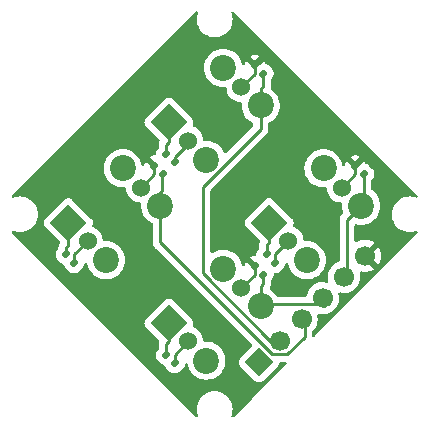
<source format=gtl>
%TF.GenerationSoftware,KiCad,Pcbnew,(6.0.9)*%
%TF.CreationDate,2023-04-13T12:37:54+10:00*%
%TF.ProjectId,Dpadleft,44706164-6c65-4667-942e-6b696361645f,rev?*%
%TF.SameCoordinates,PX6bc3e40PY700e860*%
%TF.FileFunction,Copper,L1,Top*%
%TF.FilePolarity,Positive*%
%FSLAX46Y46*%
G04 Gerber Fmt 4.6, Leading zero omitted, Abs format (unit mm)*
G04 Created by KiCad (PCBNEW (6.0.9)) date 2023-04-13 12:37:54*
%MOMM*%
%LPD*%
G01*
G04 APERTURE LIST*
G04 Aperture macros list*
%AMRoundRect*
0 Rectangle with rounded corners*
0 $1 Rounding radius*
0 $2 $3 $4 $5 $6 $7 $8 $9 X,Y pos of 4 corners*
0 Add a 4 corners polygon primitive as box body*
4,1,4,$2,$3,$4,$5,$6,$7,$8,$9,$2,$3,0*
0 Add four circle primitives for the rounded corners*
1,1,$1+$1,$2,$3*
1,1,$1+$1,$4,$5*
1,1,$1+$1,$6,$7*
1,1,$1+$1,$8,$9*
0 Add four rect primitives between the rounded corners*
20,1,$1+$1,$2,$3,$4,$5,0*
20,1,$1+$1,$4,$5,$6,$7,0*
20,1,$1+$1,$6,$7,$8,$9,0*
20,1,$1+$1,$8,$9,$2,$3,0*%
%AMHorizOval*
0 Thick line with rounded ends*
0 $1 width*
0 $2 $3 position (X,Y) of the first rounded end (center of the circle)*
0 $4 $5 position (X,Y) of the second rounded end (center of the circle)*
0 Add line between two ends*
20,1,$1,$2,$3,$4,$5,0*
0 Add two circle primitives to create the rounded ends*
1,1,$1,$2,$3*
1,1,$1,$4,$5*%
%AMRotRect*
0 Rectangle, with rotation*
0 The origin of the aperture is its center*
0 $1 length*
0 $2 width*
0 $3 Rotation angle, in degrees counterclockwise*
0 Add horizontal line*
21,1,$1,$2,0,0,$3*%
G04 Aperture macros list end*
%TA.AperFunction,SMDPad,CuDef*%
%ADD10RoundRect,0.135000X-0.226274X-0.035355X-0.035355X-0.226274X0.226274X0.035355X0.035355X0.226274X0*%
%TD*%
%TA.AperFunction,ComponentPad*%
%ADD11RotRect,1.700000X1.700000X135.000000*%
%TD*%
%TA.AperFunction,ComponentPad*%
%ADD12HorizOval,1.700000X0.000000X0.000000X0.000000X0.000000X0*%
%TD*%
%TA.AperFunction,ComponentPad*%
%ADD13RotRect,2.200000X2.200000X45.000000*%
%TD*%
%TA.AperFunction,ComponentPad*%
%ADD14C,2.200000*%
%TD*%
%TA.AperFunction,ComponentPad*%
%ADD15C,1.524000*%
%TD*%
%TA.AperFunction,SMDPad,CuDef*%
%ADD16RoundRect,0.135000X0.226274X0.035355X0.035355X0.226274X-0.226274X-0.035355X-0.035355X-0.226274X0*%
%TD*%
%TA.AperFunction,Conductor*%
%ADD17C,0.250000*%
%TD*%
G04 APERTURE END LIST*
D10*
%TO.P,R12,1*%
%TO.N,GND*%
X31389376Y4110624D03*
%TO.P,R12,2*%
%TO.N,Net-(J3-Pad5)*%
X32110624Y3389376D03*
%TD*%
%TO.P,R9,1*%
%TO.N,GND*%
X22889376Y12610624D03*
%TO.P,R9,2*%
%TO.N,Net-(J3-Pad2)*%
X23610624Y11889376D03*
%TD*%
D11*
%TO.P,J3,1,Pin_1*%
%TO.N,Net-(J3-Pad1)*%
X23259872Y-12490129D03*
D12*
%TO.P,J3,2,Pin_2*%
%TO.N,Net-(J3-Pad2)*%
X25055923Y-10694078D03*
%TO.P,J3,3,Pin_3*%
%TO.N,Net-(J3-Pad3)*%
X26851974Y-8898027D03*
%TO.P,J3,4,Pin_4*%
%TO.N,Net-(J3-Pad4)*%
X28648026Y-7101975D03*
%TO.P,J3,5,Pin_5*%
%TO.N,Net-(J3-Pad5)*%
X30444077Y-5305924D03*
%TO.P,J3,6,Pin_6*%
%TO.N,GND*%
X32240128Y-3509873D03*
%TD*%
D10*
%TO.P,R10,1*%
%TO.N,GND*%
X14389376Y4110624D03*
%TO.P,R10,2*%
%TO.N,Net-(J3-Pad3)*%
X15110624Y3389376D03*
%TD*%
D13*
%TO.P,U3,1,1*%
%TO.N,Net-(J3-Pad1)*%
X7110913Y-707107D03*
D14*
%TO.P,U3,2,2*%
%TO.N,unconnected-(U3-Pad2)*%
X11707107Y3889087D03*
%TO.P,U3,3,3*%
%TO.N,unconnected-(U3-Pad3)*%
X10292893Y-3889087D03*
%TO.P,U3,4,4*%
%TO.N,Net-(J3-Pad3)*%
X14889087Y707107D03*
D15*
%TO.P,U3,5,A*%
%TO.N,Net-(R2-Pad1)*%
X8737258Y-2262742D03*
%TO.P,U3,6,K*%
%TO.N,GND*%
X13262742Y2262742D03*
%TD*%
D16*
%TO.P,R3,1*%
%TO.N,Net-(R3-Pad1)*%
X16110624Y-12610624D03*
%TO.P,R3,2*%
%TO.N,Net-(J3-Pad1)*%
X15389376Y-11889376D03*
%TD*%
%TO.P,R4,1*%
%TO.N,Net-(R4-Pad1)*%
X24610624Y-4110624D03*
%TO.P,R4,2*%
%TO.N,Net-(J3-Pad1)*%
X23889376Y-3389376D03*
%TD*%
D13*
%TO.P,U2,1,1*%
%TO.N,Net-(J3-Pad1)*%
X15610913Y7792893D03*
D14*
%TO.P,U2,2,2*%
%TO.N,unconnected-(U2-Pad2)*%
X20207107Y12389087D03*
%TO.P,U2,3,3*%
%TO.N,unconnected-(U2-Pad3)*%
X18792893Y4610913D03*
%TO.P,U2,4,4*%
%TO.N,Net-(J3-Pad2)*%
X23389087Y9207107D03*
D15*
%TO.P,U2,5,A*%
%TO.N,Net-(R1-Pad1)*%
X17237258Y6237258D03*
%TO.P,U2,6,K*%
%TO.N,GND*%
X21762742Y10762742D03*
%TD*%
D16*
%TO.P,R1,1*%
%TO.N,Net-(R1-Pad1)*%
X16110624Y4389376D03*
%TO.P,R1,2*%
%TO.N,Net-(J3-Pad1)*%
X15389376Y5110624D03*
%TD*%
D13*
%TO.P,U5,1,1*%
%TO.N,Net-(J3-Pad1)*%
X24110913Y-707107D03*
D14*
%TO.P,U5,2,2*%
%TO.N,unconnected-(U5-Pad2)*%
X28707107Y3889087D03*
%TO.P,U5,3,3*%
%TO.N,unconnected-(U5-Pad3)*%
X27292893Y-3889087D03*
%TO.P,U5,4,4*%
%TO.N,Net-(J3-Pad5)*%
X31889087Y707107D03*
D15*
%TO.P,U5,5,A*%
%TO.N,Net-(R4-Pad1)*%
X25737258Y-2262742D03*
%TO.P,U5,6,K*%
%TO.N,GND*%
X30262742Y2262742D03*
%TD*%
D10*
%TO.P,R11,1*%
%TO.N,GND*%
X22889376Y-4389376D03*
%TO.P,R11,2*%
%TO.N,Net-(J3-Pad4)*%
X23610624Y-5110624D03*
%TD*%
D16*
%TO.P,R2,1*%
%TO.N,Net-(R2-Pad1)*%
X7610624Y-4110624D03*
%TO.P,R2,2*%
%TO.N,Net-(J3-Pad1)*%
X6889376Y-3389376D03*
%TD*%
D13*
%TO.P,U4,1,1*%
%TO.N,Net-(J3-Pad1)*%
X15610913Y-9207107D03*
D14*
%TO.P,U4,2,2*%
%TO.N,unconnected-(U4-Pad2)*%
X20207107Y-4610913D03*
%TO.P,U4,3,3*%
%TO.N,unconnected-(U4-Pad3)*%
X18792893Y-12389087D03*
%TO.P,U4,4,4*%
%TO.N,Net-(J3-Pad4)*%
X23389087Y-7792893D03*
D15*
%TO.P,U4,5,A*%
%TO.N,Net-(R3-Pad1)*%
X17237258Y-10762742D03*
%TO.P,U4,6,K*%
%TO.N,GND*%
X21762742Y-6237258D03*
%TD*%
D17*
%TO.N,Net-(J3-Pad1)*%
X15389376Y5110624D02*
X15389376Y5889376D01*
X15389376Y5889376D02*
X15610913Y6110913D01*
X6889376Y-2860624D02*
X7110913Y-2639087D01*
X15610913Y-10750000D02*
X15389376Y-10971537D01*
X7110913Y-2639087D02*
X7110913Y-707107D01*
X15610913Y6110913D02*
X15610913Y7792893D01*
X23509872Y-12990129D02*
X23250000Y-12730257D01*
X23889376Y-3389376D02*
X23889376Y-2610624D01*
X24110913Y-2389087D02*
X24110913Y-707107D01*
X15610913Y-9207107D02*
X15610913Y-10750000D01*
X15389376Y-10971537D02*
X15389376Y-11889376D01*
X23889376Y-2610624D02*
X24110913Y-2389087D01*
X6889376Y-3389376D02*
X6889376Y-2860624D01*
%TO.N,Net-(J3-Pad2)*%
X18500000Y2302765D02*
X23389087Y7191852D01*
X18500000Y-5000000D02*
X18500000Y2302765D01*
X23389087Y7191852D02*
X23389087Y9207107D01*
X25055923Y-10694078D02*
X24194078Y-10694078D01*
X23610624Y11889376D02*
X23610624Y10860624D01*
X23389087Y10639087D02*
X23389087Y9207107D01*
X23610624Y10860624D02*
X23389087Y10639087D01*
X24194078Y-10694078D02*
X18500000Y-5000000D01*
%TO.N,Net-(J3-Pad3)*%
X24369078Y-11869078D02*
X14889087Y-2389087D01*
X27101974Y-10398026D02*
X25630922Y-11869078D01*
X15000000Y2000000D02*
X15000000Y3278752D01*
X25630922Y-11869078D02*
X24369078Y-11869078D01*
X14889087Y707107D02*
X14889087Y1889087D01*
X15000000Y3278752D02*
X15110624Y3389376D01*
X27101974Y-9398027D02*
X27101974Y-10398026D01*
X14889087Y-2389087D02*
X14889087Y707107D01*
X14889087Y1889087D02*
X15000000Y2000000D01*
%TO.N,GND*%
X31389376Y4110624D02*
X31389376Y3389376D01*
X22889376Y-5110624D02*
X22889376Y-4389376D01*
X13262742Y2262742D02*
X14389376Y3389376D01*
X21762742Y-6237258D02*
X22889376Y-5110624D01*
X21762742Y10762742D02*
X22889376Y11889376D01*
X31389376Y3389376D02*
X30262742Y2262742D01*
X22889376Y11889376D02*
X22889376Y12610624D01*
X14389376Y3389376D02*
X14389376Y4110624D01*
%TO.N,Net-(J3-Pad4)*%
X23610624Y-5889376D02*
X23389087Y-6110913D01*
X28898026Y-7601975D02*
X23580005Y-7601975D01*
X23580005Y-7601975D02*
X23389087Y-7792893D01*
X23389087Y-6110913D02*
X23389087Y-7792893D01*
X23610624Y-5110624D02*
X23610624Y-5889376D01*
X28707108Y-7792893D02*
X28898026Y-7601975D01*
%TO.N,Net-(J3-Pad5)*%
X32110624Y928644D02*
X32110624Y3389376D01*
X30694077Y-487903D02*
X31889087Y707107D01*
X30694077Y-5805924D02*
X30694077Y-487903D01*
%TO.N,Net-(R1-Pad1)*%
X17237258Y6237258D02*
X17237258Y5987258D01*
X16110624Y4860624D02*
X16110624Y4389376D01*
X17237258Y5987258D02*
X16110624Y4860624D01*
%TO.N,Net-(R2-Pad1)*%
X7610624Y-3389376D02*
X8737258Y-2262742D01*
X7610624Y-4110624D02*
X7610624Y-3389376D01*
%TO.N,Net-(R3-Pad1)*%
X16110624Y-11889376D02*
X17237258Y-10762742D01*
X16110624Y-12610624D02*
X16110624Y-11889376D01*
%TO.N,Net-(R4-Pad1)*%
X24610624Y-4110624D02*
X24610624Y-3389376D01*
X24610624Y-3389376D02*
X25737258Y-2262742D01*
%TD*%
%TA.AperFunction,Conductor*%
%TO.N,GND*%
G36*
X18010690Y17187396D02*
G01*
X18067526Y17144849D01*
X18092337Y17078329D01*
X18083067Y17021123D01*
X18060895Y16967594D01*
X18059740Y16962782D01*
X18013420Y16769845D01*
X18005465Y16736711D01*
X17987308Y16506005D01*
X17986835Y16500000D01*
X18005465Y16263289D01*
X18006619Y16258482D01*
X18006620Y16258476D01*
X18036601Y16133599D01*
X18060895Y16032406D01*
X18151760Y15813037D01*
X18154346Y15808817D01*
X18273241Y15614798D01*
X18273245Y15614792D01*
X18275824Y15610584D01*
X18430031Y15430031D01*
X18610584Y15275824D01*
X18614792Y15273245D01*
X18614798Y15273241D01*
X18808817Y15154346D01*
X18813037Y15151760D01*
X18817607Y15149867D01*
X18817611Y15149865D01*
X19027833Y15062789D01*
X19032406Y15060895D01*
X19112609Y15041640D01*
X19258476Y15006620D01*
X19258482Y15006619D01*
X19263289Y15005465D01*
X19500000Y14986835D01*
X19736711Y15005465D01*
X19741518Y15006619D01*
X19741524Y15006620D01*
X19887391Y15041640D01*
X19967594Y15060895D01*
X19972167Y15062789D01*
X20182389Y15149865D01*
X20182393Y15149867D01*
X20186963Y15151760D01*
X20191183Y15154346D01*
X20385202Y15273241D01*
X20385208Y15273245D01*
X20389416Y15275824D01*
X20569969Y15430031D01*
X20724176Y15610584D01*
X20726755Y15614792D01*
X20726759Y15614798D01*
X20845654Y15808817D01*
X20848240Y15813037D01*
X20939105Y16032406D01*
X20963399Y16133599D01*
X20993380Y16258476D01*
X20993381Y16258482D01*
X20994535Y16263289D01*
X21013165Y16500000D01*
X20994535Y16736711D01*
X20986581Y16769845D01*
X20940260Y16962782D01*
X20939105Y16967594D01*
X20916933Y17021122D01*
X20909344Y17091712D01*
X20941123Y17155199D01*
X21002181Y17191426D01*
X21073133Y17188892D01*
X21122437Y17158435D01*
X36658435Y1622437D01*
X36692461Y1560125D01*
X36687396Y1489310D01*
X36644849Y1432474D01*
X36578329Y1407663D01*
X36521122Y1416933D01*
X36472167Y1437211D01*
X36472165Y1437212D01*
X36467594Y1439105D01*
X36387391Y1458360D01*
X36241524Y1493380D01*
X36241518Y1493381D01*
X36236711Y1494535D01*
X36000000Y1513165D01*
X35763289Y1494535D01*
X35758482Y1493381D01*
X35758476Y1493380D01*
X35612609Y1458360D01*
X35532406Y1439105D01*
X35527835Y1437212D01*
X35527833Y1437211D01*
X35317611Y1350135D01*
X35317607Y1350133D01*
X35313037Y1348240D01*
X35308817Y1345654D01*
X35114798Y1226759D01*
X35114792Y1226755D01*
X35110584Y1224176D01*
X34930031Y1069969D01*
X34775824Y889416D01*
X34773245Y885208D01*
X34773241Y885202D01*
X34758001Y860332D01*
X34651760Y686963D01*
X34649867Y682393D01*
X34649865Y682389D01*
X34583067Y521122D01*
X34560895Y467594D01*
X34556645Y449891D01*
X34513420Y269845D01*
X34505465Y236711D01*
X34487308Y6005D01*
X34486835Y0D01*
X34487223Y-4930D01*
X34487223Y-4933D01*
X34490300Y-44032D01*
X34505465Y-236711D01*
X34506619Y-241518D01*
X34506620Y-241524D01*
X34536601Y-366401D01*
X34560895Y-467594D01*
X34562788Y-472165D01*
X34562789Y-472167D01*
X34639944Y-658436D01*
X34651760Y-686963D01*
X34654346Y-691183D01*
X34773241Y-885202D01*
X34773245Y-885208D01*
X34775824Y-889416D01*
X34930031Y-1069969D01*
X35110584Y-1224176D01*
X35114792Y-1226755D01*
X35114798Y-1226759D01*
X35308817Y-1345654D01*
X35313037Y-1348240D01*
X35317607Y-1350133D01*
X35317611Y-1350135D01*
X35527833Y-1437211D01*
X35532406Y-1439105D01*
X35612609Y-1458360D01*
X35758476Y-1493380D01*
X35758482Y-1493381D01*
X35763289Y-1494535D01*
X36000000Y-1513165D01*
X36236711Y-1494535D01*
X36241518Y-1493381D01*
X36241524Y-1493380D01*
X36387391Y-1458360D01*
X36467594Y-1439105D01*
X36472172Y-1437209D01*
X36521122Y-1416933D01*
X36591712Y-1409344D01*
X36655199Y-1441123D01*
X36691426Y-1502181D01*
X36688892Y-1573133D01*
X36658435Y-1622437D01*
X27950569Y-10330303D01*
X27888257Y-10364329D01*
X27817442Y-10359264D01*
X27760606Y-10316717D01*
X27735795Y-10250197D01*
X27735474Y-10241208D01*
X27735474Y-9987893D01*
X27755476Y-9919772D01*
X27772534Y-9898642D01*
X27886409Y-9785164D01*
X27890070Y-9781516D01*
X28020427Y-9600104D01*
X28038122Y-9564302D01*
X28117110Y-9404480D01*
X28117111Y-9404478D01*
X28119404Y-9399838D01*
X28184344Y-9186096D01*
X28213503Y-8964617D01*
X28215130Y-8898027D01*
X28196826Y-8675388D01*
X28189880Y-8647734D01*
X28171767Y-8575622D01*
X28174571Y-8504681D01*
X28215284Y-8446518D01*
X28280980Y-8419599D01*
X28319091Y-8421457D01*
X28486623Y-8455542D01*
X28491798Y-8455732D01*
X28491800Y-8455732D01*
X28704699Y-8463539D01*
X28704703Y-8463539D01*
X28709863Y-8463728D01*
X28714983Y-8463072D01*
X28714985Y-8463072D01*
X28926314Y-8436000D01*
X28926315Y-8436000D01*
X28931442Y-8435343D01*
X28973793Y-8422637D01*
X29140455Y-8372636D01*
X29140460Y-8372634D01*
X29145410Y-8371149D01*
X29346020Y-8272871D01*
X29527886Y-8143148D01*
X29686122Y-7985464D01*
X29816479Y-7804052D01*
X29915456Y-7603786D01*
X29980396Y-7390044D01*
X30009555Y-7168565D01*
X30011182Y-7101975D01*
X29992878Y-6879336D01*
X29967819Y-6779572D01*
X29970623Y-6708630D01*
X30011336Y-6650467D01*
X30077031Y-6623548D01*
X30115141Y-6625406D01*
X30282674Y-6659491D01*
X30287849Y-6659681D01*
X30287851Y-6659681D01*
X30500750Y-6667488D01*
X30500754Y-6667488D01*
X30505914Y-6667677D01*
X30511034Y-6667021D01*
X30511036Y-6667021D01*
X30722365Y-6639949D01*
X30722366Y-6639949D01*
X30727493Y-6639292D01*
X30737559Y-6636272D01*
X30936506Y-6576585D01*
X30936511Y-6576583D01*
X30941461Y-6575098D01*
X31142071Y-6476820D01*
X31323937Y-6347097D01*
X31339502Y-6331587D01*
X31406625Y-6264697D01*
X31482173Y-6189413D01*
X31490920Y-6177241D01*
X31609512Y-6012201D01*
X31612530Y-6008001D01*
X31635524Y-5961477D01*
X31709213Y-5812377D01*
X31709214Y-5812375D01*
X31711507Y-5807735D01*
X31776447Y-5593993D01*
X31805606Y-5372514D01*
X31806679Y-5328598D01*
X31807151Y-5309289D01*
X31807151Y-5309285D01*
X31807233Y-5305924D01*
X31788929Y-5083285D01*
X31763735Y-4982984D01*
X31766539Y-4912042D01*
X31807252Y-4853879D01*
X31872947Y-4826960D01*
X31911059Y-4828817D01*
X32073723Y-4861911D01*
X32083951Y-4863130D01*
X32296778Y-4870935D01*
X32307064Y-4870468D01*
X32518313Y-4843407D01*
X32528390Y-4841265D01*
X32732383Y-4780064D01*
X32741970Y-4776306D01*
X32933226Y-4682611D01*
X32942072Y-4677338D01*
X32989375Y-4643596D01*
X32997776Y-4632896D01*
X32990788Y-4619743D01*
X31970013Y-3598968D01*
X31935987Y-3536656D01*
X31937822Y-3511005D01*
X32604536Y-3511005D01*
X32604667Y-3512838D01*
X32608918Y-3519453D01*
X33350602Y-4261137D01*
X33362612Y-4267696D01*
X33374351Y-4258728D01*
X33405132Y-4215892D01*
X33410443Y-4207053D01*
X33504798Y-4016140D01*
X33508597Y-4006545D01*
X33570504Y-3802788D01*
X33572683Y-3792707D01*
X33600718Y-3579760D01*
X33601237Y-3573085D01*
X33602700Y-3513237D01*
X33602506Y-3506519D01*
X33584909Y-3292477D01*
X33583224Y-3282297D01*
X33531342Y-3075748D01*
X33528022Y-3065997D01*
X33443100Y-2870687D01*
X33438233Y-2861612D01*
X33373191Y-2761070D01*
X33362505Y-2751868D01*
X33352940Y-2756271D01*
X32612150Y-3497061D01*
X32604536Y-3511005D01*
X31937822Y-3511005D01*
X31941052Y-3465841D01*
X31970013Y-3420778D01*
X32993517Y-2397274D01*
X33000538Y-2384417D01*
X32993739Y-2375086D01*
X32989682Y-2372391D01*
X32803245Y-2269472D01*
X32793833Y-2265242D01*
X32593087Y-2194153D01*
X32583117Y-2191519D01*
X32373455Y-2154174D01*
X32363201Y-2153204D01*
X32150244Y-2150601D01*
X32139960Y-2151321D01*
X31929449Y-2183534D01*
X31919421Y-2185923D01*
X31716996Y-2252085D01*
X31707487Y-2256082D01*
X31514002Y-2356804D01*
X31513174Y-2355213D01*
X31452427Y-2372450D01*
X31384492Y-2351827D01*
X31338491Y-2297749D01*
X31327577Y-2246455D01*
X31327577Y-972123D01*
X31347579Y-904002D01*
X31401235Y-857509D01*
X31471509Y-847405D01*
X31482991Y-849604D01*
X31631871Y-885347D01*
X31631877Y-885348D01*
X31636684Y-886502D01*
X31889087Y-906367D01*
X32141490Y-886502D01*
X32146297Y-885348D01*
X32146303Y-885347D01*
X32325160Y-842407D01*
X32387678Y-827398D01*
X32392251Y-825504D01*
X32617015Y-732404D01*
X32617019Y-732402D01*
X32621589Y-730509D01*
X32837463Y-598221D01*
X33029985Y-433791D01*
X33194415Y-241269D01*
X33326703Y-25395D01*
X33339710Y6005D01*
X33421698Y203943D01*
X33421699Y203945D01*
X33423592Y208516D01*
X33471772Y409200D01*
X33481541Y449891D01*
X33481542Y449897D01*
X33482696Y454704D01*
X33502561Y707107D01*
X33482696Y959510D01*
X33480208Y969876D01*
X33424747Y1200886D01*
X33423592Y1205698D01*
X33394319Y1276370D01*
X33328598Y1435035D01*
X33328596Y1435039D01*
X33326703Y1439609D01*
X33194415Y1655483D01*
X33029985Y1848005D01*
X32837463Y2012435D01*
X32804289Y2032764D01*
X32756658Y2085412D01*
X32744124Y2140197D01*
X32744124Y2869720D01*
X32764126Y2937841D01*
X32781028Y2958815D01*
X32836133Y3013921D01*
X32837874Y3015662D01*
X32861639Y3043486D01*
X32939965Y3185960D01*
X32980399Y3343439D01*
X32980399Y3506024D01*
X32939965Y3663502D01*
X32861639Y3805977D01*
X32837876Y3833800D01*
X32555048Y4116626D01*
X32532116Y4136213D01*
X32527225Y4140391D01*
X32521588Y4143490D01*
X32391692Y4214901D01*
X32391690Y4214902D01*
X32384750Y4218717D01*
X32377078Y4220687D01*
X32377075Y4220688D01*
X32324260Y4234249D01*
X32263254Y4270564D01*
X32233555Y4324954D01*
X32220221Y4376882D01*
X32214427Y4391517D01*
X32157547Y4494981D01*
X32147546Y4504925D01*
X32140077Y4502115D01*
X31807665Y4169703D01*
X31779272Y4148384D01*
X31770376Y4143493D01*
X31764734Y4140391D01*
X31736910Y4116628D01*
X31735160Y4114878D01*
X31469632Y3849349D01*
X31407319Y3815324D01*
X31336504Y3820388D01*
X31291441Y3849349D01*
X30672680Y4468110D01*
X30659144Y4475502D01*
X30649440Y4468713D01*
X30642950Y4461114D01*
X30635668Y4450578D01*
X30564321Y4320800D01*
X30558529Y4306170D01*
X30531010Y4198991D01*
X30494696Y4137985D01*
X30431163Y4106296D01*
X30360585Y4113986D01*
X30305367Y4158613D01*
X30286450Y4200912D01*
X30283092Y4214901D01*
X30241612Y4387678D01*
X30208296Y4468110D01*
X30146618Y4617015D01*
X30146616Y4617019D01*
X30144723Y4621589D01*
X30012435Y4837463D01*
X30011134Y4838986D01*
X31024425Y4838986D01*
X31030433Y4828777D01*
X31376564Y4482646D01*
X31390508Y4475032D01*
X31392341Y4475163D01*
X31398956Y4479414D01*
X31776797Y4857255D01*
X31783557Y4869635D01*
X31778775Y4876023D01*
X31670265Y4935677D01*
X31655642Y4941468D01*
X31513638Y4977928D01*
X31498032Y4979899D01*
X31351431Y4979899D01*
X31335825Y4977928D01*
X31193823Y4941468D01*
X31179200Y4935679D01*
X31049422Y4864332D01*
X31038886Y4857050D01*
X31032853Y4851897D01*
X31024425Y4838986D01*
X30011134Y4838986D01*
X29848005Y5029985D01*
X29655483Y5194415D01*
X29439609Y5326703D01*
X29435039Y5328596D01*
X29435035Y5328598D01*
X29210271Y5421698D01*
X29210269Y5421699D01*
X29205698Y5423592D01*
X29121075Y5443908D01*
X28964323Y5481541D01*
X28964317Y5481542D01*
X28959510Y5482696D01*
X28707107Y5502561D01*
X28454704Y5482696D01*
X28449897Y5481542D01*
X28449891Y5481541D01*
X28293139Y5443908D01*
X28208516Y5423592D01*
X28203945Y5421699D01*
X28203943Y5421698D01*
X27979179Y5328598D01*
X27979175Y5328596D01*
X27974605Y5326703D01*
X27758731Y5194415D01*
X27566209Y5029985D01*
X27401779Y4837463D01*
X27269491Y4621589D01*
X27267598Y4617019D01*
X27267596Y4617015D01*
X27205918Y4468110D01*
X27172602Y4387678D01*
X27161981Y4343439D01*
X27117609Y4158613D01*
X27113498Y4141490D01*
X27093633Y3889087D01*
X27113498Y3636684D01*
X27114652Y3631877D01*
X27114653Y3631871D01*
X27152286Y3475119D01*
X27172602Y3390496D01*
X27174495Y3385925D01*
X27174496Y3385923D01*
X27263353Y3171404D01*
X27269491Y3156585D01*
X27401779Y2940711D01*
X27512318Y2811287D01*
X27556894Y2759096D01*
X27566209Y2748189D01*
X27758731Y2583759D01*
X27974605Y2451471D01*
X27979175Y2449578D01*
X27979179Y2449576D01*
X28189301Y2362541D01*
X28208516Y2354582D01*
X28257467Y2342830D01*
X28449891Y2296633D01*
X28449897Y2296632D01*
X28454704Y2295478D01*
X28707107Y2275613D01*
X28712037Y2276001D01*
X28860332Y2287672D01*
X28929812Y2273076D01*
X28980372Y2223233D01*
X28995739Y2173041D01*
X29006779Y2046847D01*
X29008683Y2036051D01*
X29063351Y1832027D01*
X29067097Y1821735D01*
X29156366Y1630298D01*
X29161844Y1620812D01*
X29282990Y1447796D01*
X29290044Y1439389D01*
X29439387Y1290046D01*
X29447795Y1282990D01*
X29620807Y1161846D01*
X29630303Y1156363D01*
X29821735Y1067097D01*
X29832027Y1063351D01*
X30036051Y1008683D01*
X30046847Y1006779D01*
X30173041Y995739D01*
X30239160Y969876D01*
X30280799Y912372D01*
X30287672Y860332D01*
X30275613Y707107D01*
X30295478Y454704D01*
X30296632Y449897D01*
X30296633Y449891D01*
X30325297Y330498D01*
X30354582Y208516D01*
X30356472Y203953D01*
X30356475Y203944D01*
X30363372Y187292D01*
X30370959Y116702D01*
X30336057Y49982D01*
X30301824Y15749D01*
X30293538Y8209D01*
X30287059Y4097D01*
X30281634Y-1680D01*
X30240434Y-45554D01*
X30237679Y-48396D01*
X30217942Y-68133D01*
X30215462Y-71330D01*
X30207759Y-80350D01*
X30177491Y-112582D01*
X30173672Y-119528D01*
X30173670Y-119531D01*
X30167729Y-130337D01*
X30156878Y-146856D01*
X30144463Y-162862D01*
X30141318Y-170131D01*
X30141315Y-170135D01*
X30126903Y-203440D01*
X30121686Y-214090D01*
X30100382Y-252843D01*
X30098411Y-260518D01*
X30098411Y-260519D01*
X30095344Y-272465D01*
X30088940Y-291169D01*
X30080896Y-309758D01*
X30079657Y-317581D01*
X30079654Y-317591D01*
X30073978Y-353427D01*
X30071572Y-365047D01*
X30062549Y-400192D01*
X30060577Y-407873D01*
X30060577Y-428127D01*
X30059026Y-447837D01*
X30055857Y-467846D01*
X30056603Y-475738D01*
X30060018Y-511864D01*
X30060577Y-523722D01*
X30060577Y-3910594D01*
X30040575Y-3978715D01*
X29986919Y-4025208D01*
X29973723Y-4030359D01*
X29920746Y-4047675D01*
X29920744Y-4047676D01*
X29915833Y-4049281D01*
X29911243Y-4051670D01*
X29911244Y-4051670D01*
X29740813Y-4140391D01*
X29717684Y-4152431D01*
X29713551Y-4155534D01*
X29713548Y-4155536D01*
X29546069Y-4281283D01*
X29539042Y-4286559D01*
X29535470Y-4290297D01*
X29444001Y-4386014D01*
X29384706Y-4448062D01*
X29381792Y-4452334D01*
X29381791Y-4452335D01*
X29334555Y-4521581D01*
X29258820Y-4632604D01*
X29241342Y-4670258D01*
X29190372Y-4780064D01*
X29164765Y-4835229D01*
X29105066Y-5050494D01*
X29081328Y-5272619D01*
X29081625Y-5277772D01*
X29081625Y-5277775D01*
X29087088Y-5372514D01*
X29094187Y-5495639D01*
X29095324Y-5500685D01*
X29095325Y-5500691D01*
X29124304Y-5629277D01*
X29119768Y-5700129D01*
X29077646Y-5757280D01*
X29011313Y-5782586D01*
X28979291Y-5781025D01*
X28781399Y-5745775D01*
X28781393Y-5745774D01*
X28776310Y-5744869D01*
X28702478Y-5743967D01*
X28558107Y-5742203D01*
X28558105Y-5742203D01*
X28552937Y-5742140D01*
X28332117Y-5775930D01*
X28119782Y-5845332D01*
X27921633Y-5948482D01*
X27917500Y-5951585D01*
X27917497Y-5951587D01*
X27753398Y-6074796D01*
X27742991Y-6082610D01*
X27687395Y-6140788D01*
X27623982Y-6207146D01*
X27588655Y-6244113D01*
X27585741Y-6248385D01*
X27585740Y-6248386D01*
X27566384Y-6276761D01*
X27462769Y-6428655D01*
X27460590Y-6433350D01*
X27371441Y-6625406D01*
X27368714Y-6631280D01*
X27309015Y-6846545D01*
X27308466Y-6851683D01*
X27308464Y-6851693D01*
X27308018Y-6855865D01*
X27280890Y-6921475D01*
X27222598Y-6962002D01*
X27182732Y-6968475D01*
X24840940Y-6968475D01*
X24772819Y-6948473D01*
X24733508Y-6908311D01*
X24694415Y-6844517D01*
X24542819Y-6667021D01*
X24533193Y-6655751D01*
X24529985Y-6651995D01*
X24337463Y-6487565D01*
X24193671Y-6399449D01*
X24146041Y-6346802D01*
X24134434Y-6276761D01*
X24154041Y-6229100D01*
X24151343Y-6227505D01*
X24155380Y-6220679D01*
X24160238Y-6214416D01*
X24177798Y-6173836D01*
X24183015Y-6163188D01*
X24200499Y-6131385D01*
X24200500Y-6131383D01*
X24204319Y-6124436D01*
X24209357Y-6104813D01*
X24215761Y-6086110D01*
X24220657Y-6074796D01*
X24220657Y-6074795D01*
X24223805Y-6067521D01*
X24225044Y-6059698D01*
X24225047Y-6059688D01*
X24230723Y-6023852D01*
X24233129Y-6012232D01*
X24242152Y-5977087D01*
X24242152Y-5977086D01*
X24244124Y-5969406D01*
X24244124Y-5949152D01*
X24245675Y-5929441D01*
X24247604Y-5917262D01*
X24248844Y-5909433D01*
X24244683Y-5865414D01*
X24244124Y-5853557D01*
X24244124Y-5630280D01*
X24264126Y-5562159D01*
X24281028Y-5541185D01*
X24336133Y-5486079D01*
X24337874Y-5484338D01*
X24361639Y-5456514D01*
X24439965Y-5314040D01*
X24480399Y-5156561D01*
X24480399Y-5106399D01*
X24500401Y-5038278D01*
X24554057Y-4991785D01*
X24606399Y-4980399D01*
X24656561Y-4980399D01*
X24814040Y-4939965D01*
X24956514Y-4861639D01*
X24984338Y-4837876D01*
X25337874Y-4484338D01*
X25361639Y-4456514D01*
X25439965Y-4314040D01*
X25454996Y-4255500D01*
X25469239Y-4200027D01*
X25505553Y-4139020D01*
X25569086Y-4107332D01*
X25639665Y-4115022D01*
X25694882Y-4159650D01*
X25713798Y-4201946D01*
X25758388Y-4387678D01*
X25760281Y-4392249D01*
X25760282Y-4392251D01*
X25850855Y-4610913D01*
X25855277Y-4621589D01*
X25987565Y-4837463D01*
X26151995Y-5029985D01*
X26344517Y-5194415D01*
X26560391Y-5326703D01*
X26564961Y-5328596D01*
X26564965Y-5328598D01*
X26789729Y-5421698D01*
X26794302Y-5423592D01*
X26878925Y-5443908D01*
X27035677Y-5481541D01*
X27035683Y-5481542D01*
X27040490Y-5482696D01*
X27292893Y-5502561D01*
X27545296Y-5482696D01*
X27550103Y-5481542D01*
X27550109Y-5481541D01*
X27706861Y-5443908D01*
X27791484Y-5423592D01*
X27796057Y-5421698D01*
X28020821Y-5328598D01*
X28020825Y-5328596D01*
X28025395Y-5326703D01*
X28241269Y-5194415D01*
X28433791Y-5029985D01*
X28598221Y-4837463D01*
X28730509Y-4621589D01*
X28734932Y-4610913D01*
X28825504Y-4392251D01*
X28825505Y-4392249D01*
X28827398Y-4387678D01*
X28855047Y-4272512D01*
X28885347Y-4146303D01*
X28885348Y-4146297D01*
X28886502Y-4141490D01*
X28906367Y-3889087D01*
X28886502Y-3636684D01*
X28880604Y-3612114D01*
X28828553Y-3395308D01*
X28827398Y-3390496D01*
X28811190Y-3351366D01*
X28732404Y-3161159D01*
X28732402Y-3161155D01*
X28730509Y-3156585D01*
X28598221Y-2940711D01*
X28433791Y-2748189D01*
X28241269Y-2583759D01*
X28025395Y-2451471D01*
X28020825Y-2449578D01*
X28020821Y-2449576D01*
X27796057Y-2356476D01*
X27796055Y-2356475D01*
X27791484Y-2354582D01*
X27706861Y-2334266D01*
X27550109Y-2296633D01*
X27550103Y-2296632D01*
X27545296Y-2295478D01*
X27292893Y-2275613D01*
X27287963Y-2276001D01*
X27140167Y-2287633D01*
X27070687Y-2273037D01*
X27020127Y-2223195D01*
X27004760Y-2173002D01*
X27002800Y-2150601D01*
X26993236Y-2041279D01*
X26935698Y-1826546D01*
X26933375Y-1821564D01*
X26844072Y-1630053D01*
X26844069Y-1630048D01*
X26841746Y-1625066D01*
X26796274Y-1560125D01*
X26717394Y-1447472D01*
X26717392Y-1447469D01*
X26714235Y-1442961D01*
X26557039Y-1285765D01*
X26552531Y-1282608D01*
X26552528Y-1282606D01*
X26464495Y-1220965D01*
X26374935Y-1158254D01*
X26369953Y-1155931D01*
X26369948Y-1155928D01*
X26195243Y-1074462D01*
X26141958Y-1027545D01*
X26122497Y-959267D01*
X26133792Y-908116D01*
X26155914Y-859462D01*
X26155914Y-859461D01*
X26159628Y-851293D01*
X26163322Y-825504D01*
X26179004Y-715996D01*
X26180277Y-707107D01*
X26173307Y-658435D01*
X26160901Y-571807D01*
X26160900Y-571804D01*
X26159628Y-562921D01*
X26099340Y-430325D01*
X26087664Y-415802D01*
X26062287Y-384240D01*
X26060148Y-381579D01*
X24436441Y1242128D01*
X24387695Y1281320D01*
X24343431Y1301446D01*
X24263268Y1337894D01*
X24263267Y1337894D01*
X24255099Y1341608D01*
X24246216Y1342880D01*
X24246213Y1342881D01*
X24119802Y1360984D01*
X24110913Y1362257D01*
X24102024Y1360984D01*
X23975613Y1342881D01*
X23975610Y1342880D01*
X23966727Y1341608D01*
X23958559Y1337894D01*
X23958558Y1337894D01*
X23878395Y1301446D01*
X23834131Y1281320D01*
X23785385Y1242128D01*
X22161678Y-381579D01*
X22159539Y-384240D01*
X22134163Y-415802D01*
X22122486Y-430325D01*
X22062198Y-562921D01*
X22060926Y-571804D01*
X22060925Y-571807D01*
X22048519Y-658435D01*
X22041549Y-707107D01*
X22042822Y-715996D01*
X22058505Y-825504D01*
X22062198Y-851293D01*
X22065912Y-859461D01*
X22065912Y-859462D01*
X22081241Y-893175D01*
X22122486Y-983889D01*
X22161678Y-1032635D01*
X23301824Y-2172781D01*
X23335850Y-2235093D01*
X23328367Y-2311914D01*
X23322203Y-2326159D01*
X23316985Y-2336811D01*
X23295681Y-2375564D01*
X23293710Y-2383239D01*
X23293710Y-2383240D01*
X23290643Y-2395186D01*
X23284239Y-2413890D01*
X23279441Y-2424979D01*
X23276195Y-2432479D01*
X23274956Y-2440302D01*
X23274953Y-2440312D01*
X23269277Y-2476148D01*
X23266871Y-2487768D01*
X23257848Y-2522913D01*
X23255876Y-2530594D01*
X23255876Y-2550848D01*
X23254325Y-2570558D01*
X23251156Y-2590567D01*
X23251902Y-2598459D01*
X23255317Y-2634585D01*
X23255876Y-2646443D01*
X23255876Y-2869720D01*
X23235874Y-2937841D01*
X23218972Y-2958815D01*
X23162126Y-3015662D01*
X23138361Y-3043486D01*
X23060035Y-3185960D01*
X23019601Y-3343439D01*
X23019601Y-3394101D01*
X22999599Y-3462222D01*
X22945943Y-3508715D01*
X22893601Y-3520101D01*
X22851431Y-3520101D01*
X22835825Y-3522072D01*
X22693823Y-3558532D01*
X22679200Y-3564321D01*
X22549422Y-3635668D01*
X22538886Y-3642950D01*
X22532853Y-3648103D01*
X22524425Y-3661014D01*
X22530433Y-3671223D01*
X23150651Y-4291441D01*
X23184677Y-4353753D01*
X23179612Y-4424568D01*
X23150651Y-4469631D01*
X22969631Y-4650651D01*
X22907319Y-4684677D01*
X22836504Y-4679612D01*
X22791441Y-4650651D01*
X22172680Y-4031890D01*
X22159144Y-4024498D01*
X22149440Y-4031287D01*
X22142950Y-4038886D01*
X22135668Y-4049422D01*
X22064321Y-4179200D01*
X22058529Y-4193830D01*
X22031010Y-4301009D01*
X21994696Y-4362015D01*
X21931163Y-4393704D01*
X21860585Y-4386014D01*
X21805367Y-4341387D01*
X21786450Y-4299088D01*
X21784538Y-4291123D01*
X21741612Y-4112322D01*
X21715500Y-4049281D01*
X21646618Y-3882985D01*
X21646616Y-3882981D01*
X21644723Y-3878411D01*
X21512435Y-3662537D01*
X21348005Y-3470015D01*
X21155483Y-3305585D01*
X20939609Y-3173297D01*
X20935039Y-3171404D01*
X20935035Y-3171402D01*
X20710271Y-3078302D01*
X20710269Y-3078301D01*
X20705698Y-3076408D01*
X20621075Y-3056092D01*
X20464323Y-3018459D01*
X20464317Y-3018458D01*
X20459510Y-3017304D01*
X20207107Y-2997439D01*
X19954704Y-3017304D01*
X19949897Y-3018458D01*
X19949891Y-3018459D01*
X19793139Y-3056092D01*
X19708516Y-3076408D01*
X19703945Y-3078301D01*
X19703943Y-3078302D01*
X19479179Y-3171402D01*
X19479175Y-3171404D01*
X19474605Y-3173297D01*
X19470385Y-3175883D01*
X19325335Y-3264770D01*
X19256801Y-3283308D01*
X19189125Y-3261852D01*
X19143792Y-3207213D01*
X19133500Y-3157337D01*
X19133500Y1988171D01*
X19153502Y2056292D01*
X19170405Y2077266D01*
X23781334Y6688195D01*
X23789624Y6695739D01*
X23796105Y6699852D01*
X23842746Y6749520D01*
X23845500Y6752361D01*
X23865221Y6772082D01*
X23867699Y6775277D01*
X23875405Y6784299D01*
X23900245Y6810751D01*
X23905673Y6816531D01*
X23915433Y6834284D01*
X23926286Y6850807D01*
X23933840Y6860546D01*
X23938700Y6866811D01*
X23956263Y6907395D01*
X23961470Y6918025D01*
X23982782Y6956792D01*
X23984753Y6964469D01*
X23984755Y6964474D01*
X23987819Y6976410D01*
X23994225Y6995122D01*
X23999120Y7006433D01*
X24002268Y7013707D01*
X24003508Y7021535D01*
X24003510Y7021542D01*
X24009186Y7057376D01*
X24011592Y7068996D01*
X24020615Y7104141D01*
X24020615Y7104142D01*
X24022587Y7111822D01*
X24022587Y7132076D01*
X24024138Y7151787D01*
X24026067Y7163966D01*
X24027307Y7171795D01*
X24023146Y7215814D01*
X24022587Y7227671D01*
X24022587Y7644292D01*
X24042589Y7712413D01*
X24100367Y7760700D01*
X24117012Y7767595D01*
X24117014Y7767596D01*
X24121589Y7769491D01*
X24337463Y7901779D01*
X24529985Y8066209D01*
X24694415Y8258731D01*
X24826703Y8474605D01*
X24923592Y8708516D01*
X24982696Y8954704D01*
X25002561Y9207107D01*
X24982696Y9459510D01*
X24980208Y9469876D01*
X24924747Y9700886D01*
X24923592Y9705698D01*
X24894319Y9776370D01*
X24828598Y9935035D01*
X24828596Y9935039D01*
X24826703Y9939609D01*
X24694415Y10155483D01*
X24529985Y10348005D01*
X24337463Y10512435D01*
X24333250Y10515017D01*
X24333240Y10515024D01*
X24280158Y10547553D01*
X24232526Y10600201D01*
X24220920Y10670242D01*
X24223087Y10680819D01*
X24223805Y10682479D01*
X24225047Y10690317D01*
X24230723Y10726148D01*
X24233129Y10737768D01*
X24242152Y10772913D01*
X24242152Y10772914D01*
X24244124Y10780594D01*
X24244124Y10800848D01*
X24245675Y10820559D01*
X24247604Y10832738D01*
X24248844Y10840567D01*
X24244683Y10884586D01*
X24244124Y10896443D01*
X24244124Y11369720D01*
X24264126Y11437841D01*
X24281028Y11458815D01*
X24336133Y11513921D01*
X24337874Y11515662D01*
X24361639Y11543486D01*
X24439965Y11685960D01*
X24480399Y11843439D01*
X24480399Y12006024D01*
X24439965Y12163502D01*
X24361639Y12305977D01*
X24337876Y12333800D01*
X24055048Y12616626D01*
X24032116Y12636213D01*
X24027225Y12640391D01*
X24021588Y12643490D01*
X23891692Y12714901D01*
X23891690Y12714902D01*
X23884750Y12718717D01*
X23877078Y12720687D01*
X23877075Y12720688D01*
X23824260Y12734249D01*
X23763254Y12770564D01*
X23733555Y12824954D01*
X23720221Y12876882D01*
X23714427Y12891517D01*
X23657547Y12994981D01*
X23647546Y13004925D01*
X23640077Y13002115D01*
X23307665Y12669703D01*
X23279272Y12648384D01*
X23270376Y12643493D01*
X23264734Y12640391D01*
X23236910Y12616628D01*
X23235160Y12614878D01*
X22969632Y12349349D01*
X22907319Y12315324D01*
X22836504Y12320388D01*
X22791441Y12349349D01*
X22172680Y12968110D01*
X22159144Y12975502D01*
X22149440Y12968713D01*
X22142950Y12961114D01*
X22135668Y12950578D01*
X22064321Y12820800D01*
X22058529Y12806170D01*
X22031010Y12698991D01*
X21994696Y12637985D01*
X21931163Y12606296D01*
X21860585Y12613986D01*
X21805367Y12658613D01*
X21786450Y12700912D01*
X21783092Y12714901D01*
X21741612Y12887678D01*
X21708296Y12968110D01*
X21646618Y13117015D01*
X21646616Y13117019D01*
X21644723Y13121589D01*
X21512435Y13337463D01*
X21511134Y13338986D01*
X22524425Y13338986D01*
X22530433Y13328777D01*
X22876564Y12982646D01*
X22890508Y12975032D01*
X22892341Y12975163D01*
X22898956Y12979414D01*
X23276797Y13357255D01*
X23283557Y13369635D01*
X23278775Y13376023D01*
X23170265Y13435677D01*
X23155642Y13441468D01*
X23013638Y13477928D01*
X22998032Y13479899D01*
X22851431Y13479899D01*
X22835825Y13477928D01*
X22693823Y13441468D01*
X22679200Y13435679D01*
X22549422Y13364332D01*
X22538886Y13357050D01*
X22532853Y13351897D01*
X22524425Y13338986D01*
X21511134Y13338986D01*
X21348005Y13529985D01*
X21155483Y13694415D01*
X20939609Y13826703D01*
X20935039Y13828596D01*
X20935035Y13828598D01*
X20710271Y13921698D01*
X20710269Y13921699D01*
X20705698Y13923592D01*
X20621075Y13943908D01*
X20464323Y13981541D01*
X20464317Y13981542D01*
X20459510Y13982696D01*
X20207107Y14002561D01*
X19954704Y13982696D01*
X19949897Y13981542D01*
X19949891Y13981541D01*
X19793139Y13943908D01*
X19708516Y13923592D01*
X19703945Y13921699D01*
X19703943Y13921698D01*
X19479179Y13828598D01*
X19479175Y13828596D01*
X19474605Y13826703D01*
X19258731Y13694415D01*
X19066209Y13529985D01*
X18901779Y13337463D01*
X18769491Y13121589D01*
X18767598Y13117019D01*
X18767596Y13117015D01*
X18705918Y12968110D01*
X18672602Y12887678D01*
X18671447Y12882866D01*
X18617609Y12658613D01*
X18613498Y12641490D01*
X18593633Y12389087D01*
X18613498Y12136684D01*
X18614652Y12131877D01*
X18614653Y12131871D01*
X18652286Y11975119D01*
X18672602Y11890496D01*
X18674495Y11885925D01*
X18674496Y11885923D01*
X18760201Y11679014D01*
X18769491Y11656585D01*
X18901779Y11440711D01*
X19066209Y11248189D01*
X19258731Y11083759D01*
X19474605Y10951471D01*
X19479175Y10949578D01*
X19479179Y10949576D01*
X19703943Y10856476D01*
X19708516Y10854582D01*
X19793139Y10834266D01*
X19949891Y10796633D01*
X19949897Y10796632D01*
X19954704Y10795478D01*
X20207107Y10775613D01*
X20212037Y10776001D01*
X20360332Y10787672D01*
X20429812Y10773076D01*
X20480372Y10723233D01*
X20495739Y10673041D01*
X20506779Y10546847D01*
X20508683Y10536051D01*
X20563351Y10332027D01*
X20567097Y10321735D01*
X20656366Y10130298D01*
X20661844Y10120812D01*
X20782990Y9947796D01*
X20790044Y9939389D01*
X20939387Y9790046D01*
X20947795Y9782990D01*
X21120807Y9661846D01*
X21130303Y9656363D01*
X21321735Y9567097D01*
X21332027Y9563351D01*
X21536051Y9508683D01*
X21546847Y9506779D01*
X21673041Y9495739D01*
X21739160Y9469876D01*
X21780799Y9412372D01*
X21787672Y9360332D01*
X21775613Y9207107D01*
X21795478Y8954704D01*
X21854582Y8708516D01*
X21951471Y8474605D01*
X22083759Y8258731D01*
X22248189Y8066209D01*
X22440711Y7901779D01*
X22656585Y7769491D01*
X22661160Y7767596D01*
X22661162Y7767595D01*
X22677807Y7760700D01*
X22733087Y7716151D01*
X22755587Y7644292D01*
X22755587Y7506446D01*
X22735585Y7438325D01*
X22718682Y7417351D01*
X20485177Y5183847D01*
X20422865Y5149821D01*
X20352049Y5154886D01*
X20295214Y5197433D01*
X20279673Y5224723D01*
X20232402Y5338845D01*
X20230509Y5343415D01*
X20098221Y5559289D01*
X19933791Y5751811D01*
X19741269Y5916241D01*
X19525395Y6048529D01*
X19520825Y6050422D01*
X19520821Y6050424D01*
X19296057Y6143524D01*
X19296055Y6143525D01*
X19291484Y6145418D01*
X19206861Y6165734D01*
X19050109Y6203367D01*
X19050103Y6203368D01*
X19045296Y6204522D01*
X18792893Y6224387D01*
X18787963Y6223999D01*
X18640167Y6212367D01*
X18570687Y6226963D01*
X18520127Y6276805D01*
X18504760Y6326998D01*
X18493715Y6453242D01*
X18493236Y6458721D01*
X18435698Y6673454D01*
X18425099Y6696184D01*
X18344072Y6869947D01*
X18344069Y6869952D01*
X18341746Y6874934D01*
X18319028Y6907379D01*
X18217394Y7052528D01*
X18217392Y7052531D01*
X18214235Y7057039D01*
X18057039Y7214235D01*
X18052531Y7217392D01*
X18052528Y7217394D01*
X17976763Y7270445D01*
X17874935Y7341746D01*
X17869953Y7344069D01*
X17869948Y7344072D01*
X17695243Y7425538D01*
X17641958Y7472455D01*
X17622497Y7540733D01*
X17633792Y7591884D01*
X17655914Y7640538D01*
X17655914Y7640539D01*
X17659628Y7648707D01*
X17668752Y7712413D01*
X17679004Y7784004D01*
X17680277Y7792893D01*
X17665053Y7899197D01*
X17660901Y7928193D01*
X17660900Y7928196D01*
X17659628Y7937079D01*
X17599340Y8069675D01*
X17560148Y8118421D01*
X15936441Y9742128D01*
X15887695Y9781320D01*
X15843431Y9801446D01*
X15763268Y9837894D01*
X15763267Y9837894D01*
X15755099Y9841608D01*
X15746216Y9842880D01*
X15746213Y9842881D01*
X15619802Y9860984D01*
X15610913Y9862257D01*
X15602024Y9860984D01*
X15475613Y9842881D01*
X15475610Y9842880D01*
X15466727Y9841608D01*
X15458559Y9837894D01*
X15458558Y9837894D01*
X15378395Y9801446D01*
X15334131Y9781320D01*
X15285385Y9742128D01*
X13661678Y8118421D01*
X13622486Y8069675D01*
X13562198Y7937079D01*
X13560926Y7928196D01*
X13560925Y7928193D01*
X13556773Y7899197D01*
X13541549Y7792893D01*
X13542822Y7784004D01*
X13553075Y7712413D01*
X13562198Y7648707D01*
X13622486Y7516111D01*
X13661678Y7467365D01*
X14801824Y6327219D01*
X14835850Y6264907D01*
X14828367Y6188086D01*
X14822203Y6173841D01*
X14816985Y6163189D01*
X14795681Y6124436D01*
X14793710Y6116761D01*
X14793710Y6116760D01*
X14790643Y6104814D01*
X14784239Y6086110D01*
X14776195Y6067521D01*
X14774956Y6059698D01*
X14774953Y6059688D01*
X14769277Y6023852D01*
X14766871Y6012232D01*
X14755876Y5969406D01*
X14755876Y5949152D01*
X14754325Y5929442D01*
X14751156Y5909433D01*
X14751902Y5901541D01*
X14755317Y5865415D01*
X14755876Y5853557D01*
X14755876Y5630280D01*
X14735874Y5562159D01*
X14718972Y5541185D01*
X14662126Y5484338D01*
X14638361Y5456514D01*
X14560035Y5314040D01*
X14519601Y5156561D01*
X14519601Y5105899D01*
X14499599Y5037778D01*
X14445943Y4991285D01*
X14393601Y4979899D01*
X14351431Y4979899D01*
X14335825Y4977928D01*
X14193823Y4941468D01*
X14179200Y4935679D01*
X14049422Y4864332D01*
X14038886Y4857050D01*
X14032853Y4851897D01*
X14024425Y4838986D01*
X14030433Y4828777D01*
X14650651Y4208559D01*
X14684677Y4146247D01*
X14679612Y4075432D01*
X14650651Y4030369D01*
X14469631Y3849349D01*
X14407319Y3815323D01*
X14336504Y3820388D01*
X14291441Y3849349D01*
X13672680Y4468110D01*
X13659144Y4475502D01*
X13649440Y4468713D01*
X13642950Y4461114D01*
X13635668Y4450578D01*
X13564321Y4320800D01*
X13558529Y4306170D01*
X13531010Y4198991D01*
X13494696Y4137985D01*
X13431163Y4106296D01*
X13360585Y4113986D01*
X13305367Y4158613D01*
X13286450Y4200912D01*
X13283092Y4214901D01*
X13241612Y4387678D01*
X13208296Y4468110D01*
X13146618Y4617015D01*
X13146616Y4617019D01*
X13144723Y4621589D01*
X13012435Y4837463D01*
X12848005Y5029985D01*
X12655483Y5194415D01*
X12439609Y5326703D01*
X12435039Y5328596D01*
X12435035Y5328598D01*
X12210271Y5421698D01*
X12210269Y5421699D01*
X12205698Y5423592D01*
X12121075Y5443908D01*
X11964323Y5481541D01*
X11964317Y5481542D01*
X11959510Y5482696D01*
X11707107Y5502561D01*
X11454704Y5482696D01*
X11449897Y5481542D01*
X11449891Y5481541D01*
X11293139Y5443908D01*
X11208516Y5423592D01*
X11203945Y5421699D01*
X11203943Y5421698D01*
X10979179Y5328598D01*
X10979175Y5328596D01*
X10974605Y5326703D01*
X10758731Y5194415D01*
X10566209Y5029985D01*
X10401779Y4837463D01*
X10269491Y4621589D01*
X10267598Y4617019D01*
X10267596Y4617015D01*
X10205918Y4468110D01*
X10172602Y4387678D01*
X10161981Y4343439D01*
X10117609Y4158613D01*
X10113498Y4141490D01*
X10093633Y3889087D01*
X10113498Y3636684D01*
X10114652Y3631877D01*
X10114653Y3631871D01*
X10152286Y3475119D01*
X10172602Y3390496D01*
X10174495Y3385925D01*
X10174496Y3385923D01*
X10263353Y3171404D01*
X10269491Y3156585D01*
X10401779Y2940711D01*
X10512318Y2811287D01*
X10556894Y2759096D01*
X10566209Y2748189D01*
X10758731Y2583759D01*
X10974605Y2451471D01*
X10979175Y2449578D01*
X10979179Y2449576D01*
X11189301Y2362541D01*
X11208516Y2354582D01*
X11257467Y2342830D01*
X11449891Y2296633D01*
X11449897Y2296632D01*
X11454704Y2295478D01*
X11707107Y2275613D01*
X11712037Y2276001D01*
X11860332Y2287672D01*
X11929812Y2273076D01*
X11980372Y2223233D01*
X11995739Y2173041D01*
X12006779Y2046847D01*
X12008683Y2036051D01*
X12063351Y1832027D01*
X12067097Y1821735D01*
X12156366Y1630298D01*
X12161844Y1620812D01*
X12282990Y1447796D01*
X12290044Y1439389D01*
X12439387Y1290046D01*
X12447795Y1282990D01*
X12620807Y1161846D01*
X12630303Y1156363D01*
X12821735Y1067097D01*
X12832027Y1063351D01*
X13036051Y1008683D01*
X13046847Y1006779D01*
X13173041Y995739D01*
X13239160Y969876D01*
X13280799Y912372D01*
X13287672Y860332D01*
X13275613Y707107D01*
X13295478Y454704D01*
X13296632Y449897D01*
X13296633Y449891D01*
X13306402Y409200D01*
X13354582Y208516D01*
X13356475Y203945D01*
X13356476Y203943D01*
X13438465Y6005D01*
X13451471Y-25395D01*
X13583759Y-241269D01*
X13748189Y-433791D01*
X13940711Y-598221D01*
X14156585Y-730509D01*
X14161160Y-732404D01*
X14161162Y-732405D01*
X14177807Y-739300D01*
X14233087Y-783849D01*
X14255587Y-855708D01*
X14255587Y-2310320D01*
X14255060Y-2321503D01*
X14253385Y-2328996D01*
X14253634Y-2336922D01*
X14253634Y-2336923D01*
X14255525Y-2397073D01*
X14255587Y-2401032D01*
X14255587Y-2428943D01*
X14256084Y-2432877D01*
X14256084Y-2432878D01*
X14256092Y-2432943D01*
X14257025Y-2444780D01*
X14258414Y-2488976D01*
X14264065Y-2508426D01*
X14268074Y-2527787D01*
X14270613Y-2547884D01*
X14273532Y-2555255D01*
X14273532Y-2555257D01*
X14286891Y-2588999D01*
X14290736Y-2600229D01*
X14303069Y-2642680D01*
X14307102Y-2649499D01*
X14307104Y-2649504D01*
X14313380Y-2660115D01*
X14322075Y-2677863D01*
X14329535Y-2696704D01*
X14334197Y-2703120D01*
X14334197Y-2703121D01*
X14355523Y-2732474D01*
X14362039Y-2742394D01*
X14367688Y-2751945D01*
X14384545Y-2780449D01*
X14398866Y-2794770D01*
X14411706Y-2809803D01*
X14423615Y-2826194D01*
X14440989Y-2840567D01*
X14457692Y-2854385D01*
X14466471Y-2862375D01*
X22627349Y-11023253D01*
X22661375Y-11085565D01*
X22656310Y-11156380D01*
X22627349Y-11201443D01*
X21664191Y-12164601D01*
X21662051Y-12167263D01*
X21629947Y-12207191D01*
X21629945Y-12207194D01*
X21624998Y-12213347D01*
X21621730Y-12220535D01*
X21572163Y-12329554D01*
X21564711Y-12345943D01*
X21563439Y-12354826D01*
X21563438Y-12354829D01*
X21545335Y-12481240D01*
X21544062Y-12490129D01*
X21545335Y-12499018D01*
X21563438Y-12625429D01*
X21563439Y-12625432D01*
X21564711Y-12634315D01*
X21568425Y-12642483D01*
X21568425Y-12642484D01*
X21576230Y-12659650D01*
X21624998Y-12766911D01*
X21629945Y-12773064D01*
X21629947Y-12773067D01*
X21650735Y-12798921D01*
X21664191Y-12815657D01*
X22934344Y-14085810D01*
X22937006Y-14087950D01*
X22976934Y-14120054D01*
X22976937Y-14120056D01*
X22983090Y-14125003D01*
X23115686Y-14185290D01*
X23124569Y-14186562D01*
X23124572Y-14186563D01*
X23250983Y-14204666D01*
X23259872Y-14205939D01*
X23268761Y-14204666D01*
X23395172Y-14186563D01*
X23395175Y-14186562D01*
X23404058Y-14185290D01*
X23536654Y-14125003D01*
X23542807Y-14120056D01*
X23542810Y-14120054D01*
X23582738Y-14087950D01*
X23585400Y-14085810D01*
X24855553Y-12815657D01*
X24869009Y-12798921D01*
X24889797Y-12773067D01*
X24889799Y-12773064D01*
X24894746Y-12766911D01*
X24943514Y-12659650D01*
X24951319Y-12642484D01*
X24951319Y-12642483D01*
X24955033Y-12634315D01*
X24958413Y-12610714D01*
X24987871Y-12546117D01*
X25047576Y-12507701D01*
X25083140Y-12502578D01*
X25474104Y-12502578D01*
X25542225Y-12522580D01*
X25588718Y-12576236D01*
X25598822Y-12646510D01*
X25569328Y-12711090D01*
X25563199Y-12717673D01*
X22666075Y-15614798D01*
X21122437Y-17158436D01*
X21060125Y-17192462D01*
X20989310Y-17187397D01*
X20932474Y-17144850D01*
X20907663Y-17078330D01*
X20916933Y-17021124D01*
X20937209Y-16972172D01*
X20937210Y-16972169D01*
X20939105Y-16967594D01*
X20963399Y-16866401D01*
X20993380Y-16741524D01*
X20993381Y-16741518D01*
X20994535Y-16736711D01*
X21013165Y-16500000D01*
X20994535Y-16263289D01*
X20986581Y-16230155D01*
X20940260Y-16037218D01*
X20939105Y-16032406D01*
X20848240Y-15813037D01*
X20845654Y-15808817D01*
X20726759Y-15614798D01*
X20726755Y-15614792D01*
X20724176Y-15610584D01*
X20569969Y-15430031D01*
X20389416Y-15275824D01*
X20385208Y-15273245D01*
X20385202Y-15273241D01*
X20191183Y-15154346D01*
X20186963Y-15151760D01*
X20182393Y-15149867D01*
X20182389Y-15149865D01*
X19972167Y-15062789D01*
X19972165Y-15062788D01*
X19967594Y-15060895D01*
X19887391Y-15041640D01*
X19741524Y-15006620D01*
X19741518Y-15006619D01*
X19736711Y-15005465D01*
X19500000Y-14986835D01*
X19263289Y-15005465D01*
X19258482Y-15006619D01*
X19258476Y-15006620D01*
X19112609Y-15041640D01*
X19032406Y-15060895D01*
X19027835Y-15062788D01*
X19027833Y-15062789D01*
X18817611Y-15149865D01*
X18817607Y-15149867D01*
X18813037Y-15151760D01*
X18808817Y-15154346D01*
X18614798Y-15273241D01*
X18614792Y-15273245D01*
X18610584Y-15275824D01*
X18430031Y-15430031D01*
X18275824Y-15610584D01*
X18273245Y-15614792D01*
X18273241Y-15614798D01*
X18154346Y-15808817D01*
X18151760Y-15813037D01*
X18060895Y-16032406D01*
X18059740Y-16037218D01*
X18013420Y-16230155D01*
X18005465Y-16263289D01*
X17987308Y-16493995D01*
X17986835Y-16500000D01*
X18005465Y-16736711D01*
X18006619Y-16741518D01*
X18006620Y-16741524D01*
X18036601Y-16866401D01*
X18060895Y-16967594D01*
X18062790Y-16972169D01*
X18062791Y-16972172D01*
X18083067Y-17021124D01*
X18090656Y-17091714D01*
X18058876Y-17155200D01*
X17997818Y-17191427D01*
X17926866Y-17188893D01*
X17877563Y-17158436D01*
X9926234Y-9207107D01*
X13541549Y-9207107D01*
X13542822Y-9215996D01*
X13560277Y-9337878D01*
X13562198Y-9351293D01*
X13565912Y-9359461D01*
X13565912Y-9359462D01*
X13573321Y-9375756D01*
X13622486Y-9483889D01*
X13661678Y-9532635D01*
X14759130Y-10630087D01*
X14793156Y-10692399D01*
X14792076Y-10750518D01*
X14790643Y-10756099D01*
X14784239Y-10774803D01*
X14783889Y-10775613D01*
X14776195Y-10793392D01*
X14774956Y-10801215D01*
X14774953Y-10801225D01*
X14769277Y-10837061D01*
X14766871Y-10848681D01*
X14755876Y-10891507D01*
X14755876Y-10911761D01*
X14754325Y-10931471D01*
X14751156Y-10951480D01*
X14751902Y-10959372D01*
X14755317Y-10995498D01*
X14755876Y-11007356D01*
X14755876Y-11369720D01*
X14735874Y-11437841D01*
X14718972Y-11458815D01*
X14662126Y-11515662D01*
X14638361Y-11543486D01*
X14560035Y-11685960D01*
X14519601Y-11843439D01*
X14519601Y-12006024D01*
X14560035Y-12163502D01*
X14638361Y-12305977D01*
X14662124Y-12333800D01*
X14944952Y-12616626D01*
X14972775Y-12640391D01*
X15115250Y-12718717D01*
X15122929Y-12720689D01*
X15122930Y-12720689D01*
X15175188Y-12734107D01*
X15236194Y-12770422D01*
X15265893Y-12824812D01*
X15281283Y-12884750D01*
X15359609Y-13027225D01*
X15383372Y-13055048D01*
X15385133Y-13056809D01*
X15525068Y-13196743D01*
X15666200Y-13337874D01*
X15668080Y-13339480D01*
X15668088Y-13339487D01*
X15689130Y-13357460D01*
X15689132Y-13357461D01*
X15694023Y-13361639D01*
X15836498Y-13439965D01*
X15993976Y-13480399D01*
X16156561Y-13480399D01*
X16314040Y-13439965D01*
X16456514Y-13361639D01*
X16484338Y-13337876D01*
X16837874Y-12984338D01*
X16861639Y-12956514D01*
X16939965Y-12814040D01*
X16953911Y-12759723D01*
X16969239Y-12700027D01*
X17005553Y-12639020D01*
X17069086Y-12607332D01*
X17139665Y-12615022D01*
X17194882Y-12659650D01*
X17213798Y-12701946D01*
X17258388Y-12887678D01*
X17260281Y-12892249D01*
X17260282Y-12892251D01*
X17326929Y-13053150D01*
X17355277Y-13121589D01*
X17487565Y-13337463D01*
X17651995Y-13529985D01*
X17844517Y-13694415D01*
X18060391Y-13826703D01*
X18064961Y-13828596D01*
X18064965Y-13828598D01*
X18289729Y-13921698D01*
X18294302Y-13923592D01*
X18378925Y-13943908D01*
X18535677Y-13981541D01*
X18535683Y-13981542D01*
X18540490Y-13982696D01*
X18792893Y-14002561D01*
X19045296Y-13982696D01*
X19050103Y-13981542D01*
X19050109Y-13981541D01*
X19206861Y-13943908D01*
X19291484Y-13923592D01*
X19296057Y-13921698D01*
X19520821Y-13828598D01*
X19520825Y-13828596D01*
X19525395Y-13826703D01*
X19741269Y-13694415D01*
X19933791Y-13529985D01*
X20098221Y-13337463D01*
X20230509Y-13121589D01*
X20258858Y-13053150D01*
X20325504Y-12892251D01*
X20325505Y-12892249D01*
X20327398Y-12887678D01*
X20347714Y-12803055D01*
X20385347Y-12646303D01*
X20385348Y-12646297D01*
X20386502Y-12641490D01*
X20406367Y-12389087D01*
X20386502Y-12136684D01*
X20380604Y-12112114D01*
X20328553Y-11895308D01*
X20327398Y-11890496D01*
X20311190Y-11851366D01*
X20232404Y-11661159D01*
X20232402Y-11661155D01*
X20230509Y-11656585D01*
X20098221Y-11440711D01*
X19933791Y-11248189D01*
X19741269Y-11083759D01*
X19525395Y-10951471D01*
X19520825Y-10949578D01*
X19520821Y-10949576D01*
X19296057Y-10856476D01*
X19296055Y-10856475D01*
X19291484Y-10854582D01*
X19206861Y-10834266D01*
X19050109Y-10796633D01*
X19050103Y-10796632D01*
X19045296Y-10795478D01*
X18792893Y-10775613D01*
X18787963Y-10776001D01*
X18640167Y-10787633D01*
X18570687Y-10773037D01*
X18520127Y-10723195D01*
X18504760Y-10673002D01*
X18493715Y-10546758D01*
X18493236Y-10541279D01*
X18435698Y-10326546D01*
X18348792Y-10140176D01*
X18344072Y-10130053D01*
X18344069Y-10130048D01*
X18341746Y-10125066D01*
X18214235Y-9942961D01*
X18057039Y-9785765D01*
X18052531Y-9782608D01*
X18052528Y-9782606D01*
X17957060Y-9715759D01*
X17874935Y-9658254D01*
X17869953Y-9655931D01*
X17869948Y-9655928D01*
X17695243Y-9574462D01*
X17641958Y-9527545D01*
X17622497Y-9459267D01*
X17633792Y-9408116D01*
X17655914Y-9359462D01*
X17655914Y-9359461D01*
X17659628Y-9351293D01*
X17661550Y-9337878D01*
X17679004Y-9215996D01*
X17680277Y-9207107D01*
X17665053Y-9100803D01*
X17660901Y-9071807D01*
X17660900Y-9071804D01*
X17659628Y-9062921D01*
X17599340Y-8930325D01*
X17560148Y-8881579D01*
X15936441Y-7257872D01*
X15887695Y-7218680D01*
X15784771Y-7171883D01*
X15763268Y-7162106D01*
X15763267Y-7162106D01*
X15755099Y-7158392D01*
X15746216Y-7157120D01*
X15746213Y-7157119D01*
X15619802Y-7139016D01*
X15610913Y-7137743D01*
X15602024Y-7139016D01*
X15475613Y-7157119D01*
X15475610Y-7157120D01*
X15466727Y-7158392D01*
X15458559Y-7162106D01*
X15458558Y-7162106D01*
X15437055Y-7171883D01*
X15334131Y-7218680D01*
X15285385Y-7257872D01*
X13661678Y-8881579D01*
X13622486Y-8930325D01*
X13562198Y-9062921D01*
X13560926Y-9071804D01*
X13560925Y-9071807D01*
X13556773Y-9100803D01*
X13541549Y-9207107D01*
X9926234Y-9207107D01*
X2341564Y-1622437D01*
X2307538Y-1560125D01*
X2312603Y-1489310D01*
X2355150Y-1432474D01*
X2421670Y-1407663D01*
X2478876Y-1416933D01*
X2527828Y-1437209D01*
X2527831Y-1437210D01*
X2532406Y-1439105D01*
X2612609Y-1458360D01*
X2758476Y-1493380D01*
X2758482Y-1493381D01*
X2763289Y-1494535D01*
X3000000Y-1513165D01*
X3236711Y-1494535D01*
X3241518Y-1493381D01*
X3241524Y-1493380D01*
X3387391Y-1458360D01*
X3467594Y-1439105D01*
X3472167Y-1437211D01*
X3682389Y-1350135D01*
X3682393Y-1350133D01*
X3686963Y-1348240D01*
X3691183Y-1345654D01*
X3885202Y-1226759D01*
X3885208Y-1226755D01*
X3889416Y-1224176D01*
X4069969Y-1069969D01*
X4224176Y-889416D01*
X4226755Y-885208D01*
X4226759Y-885202D01*
X4335896Y-707107D01*
X5041549Y-707107D01*
X5042822Y-715996D01*
X5058505Y-825504D01*
X5062198Y-851293D01*
X5065912Y-859461D01*
X5065912Y-859462D01*
X5081241Y-893175D01*
X5122486Y-983889D01*
X5161678Y-1032635D01*
X6403151Y-2274108D01*
X6437177Y-2336420D01*
X6432112Y-2407235D01*
X6412386Y-2440187D01*
X6413243Y-2440852D01*
X6413241Y-2440854D01*
X6410761Y-2444051D01*
X6403058Y-2453071D01*
X6372790Y-2485303D01*
X6368971Y-2492249D01*
X6368969Y-2492252D01*
X6363028Y-2503058D01*
X6352177Y-2519577D01*
X6339762Y-2535583D01*
X6336617Y-2542852D01*
X6336614Y-2542856D01*
X6322202Y-2576161D01*
X6316985Y-2586811D01*
X6295681Y-2625564D01*
X6293710Y-2633239D01*
X6293710Y-2633240D01*
X6290643Y-2645186D01*
X6284239Y-2663890D01*
X6276195Y-2682479D01*
X6274956Y-2690302D01*
X6274953Y-2690312D01*
X6269277Y-2726148D01*
X6266871Y-2737768D01*
X6262121Y-2756271D01*
X6255876Y-2780594D01*
X6255876Y-2800848D01*
X6254325Y-2820558D01*
X6251156Y-2840567D01*
X6251902Y-2848459D01*
X6253009Y-2860171D01*
X6239506Y-2929871D01*
X6216664Y-2961123D01*
X6162126Y-3015662D01*
X6138361Y-3043486D01*
X6060035Y-3185960D01*
X6019601Y-3343439D01*
X6019601Y-3506024D01*
X6060035Y-3663502D01*
X6138361Y-3805977D01*
X6162124Y-3833800D01*
X6444952Y-4116626D01*
X6472775Y-4140391D01*
X6615250Y-4218717D01*
X6622929Y-4220689D01*
X6622930Y-4220689D01*
X6675188Y-4234107D01*
X6736194Y-4270422D01*
X6765893Y-4324812D01*
X6779311Y-4377070D01*
X6781283Y-4384750D01*
X6859609Y-4527225D01*
X6883372Y-4555048D01*
X6885133Y-4556809D01*
X6956650Y-4628325D01*
X7166200Y-4837874D01*
X7168080Y-4839480D01*
X7168088Y-4839487D01*
X7189130Y-4857460D01*
X7189132Y-4857461D01*
X7194023Y-4861639D01*
X7336498Y-4939965D01*
X7493976Y-4980399D01*
X7656561Y-4980399D01*
X7814040Y-4939965D01*
X7956514Y-4861639D01*
X7984338Y-4837876D01*
X8337874Y-4484338D01*
X8361639Y-4456514D01*
X8439965Y-4314040D01*
X8454996Y-4255500D01*
X8469239Y-4200027D01*
X8505553Y-4139020D01*
X8569086Y-4107332D01*
X8639665Y-4115022D01*
X8694882Y-4159650D01*
X8713798Y-4201946D01*
X8758388Y-4387678D01*
X8760281Y-4392249D01*
X8760282Y-4392251D01*
X8850855Y-4610913D01*
X8855277Y-4621589D01*
X8987565Y-4837463D01*
X9151995Y-5029985D01*
X9344517Y-5194415D01*
X9560391Y-5326703D01*
X9564961Y-5328596D01*
X9564965Y-5328598D01*
X9789729Y-5421698D01*
X9794302Y-5423592D01*
X9878925Y-5443908D01*
X10035677Y-5481541D01*
X10035683Y-5481542D01*
X10040490Y-5482696D01*
X10292893Y-5502561D01*
X10545296Y-5482696D01*
X10550103Y-5481542D01*
X10550109Y-5481541D01*
X10706861Y-5443908D01*
X10791484Y-5423592D01*
X10796057Y-5421698D01*
X11020821Y-5328598D01*
X11020825Y-5328596D01*
X11025395Y-5326703D01*
X11241269Y-5194415D01*
X11433791Y-5029985D01*
X11598221Y-4837463D01*
X11730509Y-4621589D01*
X11734932Y-4610913D01*
X11825504Y-4392251D01*
X11825505Y-4392249D01*
X11827398Y-4387678D01*
X11855047Y-4272512D01*
X11885347Y-4146303D01*
X11885348Y-4146297D01*
X11886502Y-4141490D01*
X11906367Y-3889087D01*
X11886502Y-3636684D01*
X11880604Y-3612114D01*
X11828553Y-3395308D01*
X11827398Y-3390496D01*
X11811190Y-3351366D01*
X11732404Y-3161159D01*
X11732402Y-3161155D01*
X11730509Y-3156585D01*
X11598221Y-2940711D01*
X11433791Y-2748189D01*
X11241269Y-2583759D01*
X11025395Y-2451471D01*
X11020825Y-2449578D01*
X11020821Y-2449576D01*
X10796057Y-2356476D01*
X10796055Y-2356475D01*
X10791484Y-2354582D01*
X10706861Y-2334266D01*
X10550109Y-2296633D01*
X10550103Y-2296632D01*
X10545296Y-2295478D01*
X10292893Y-2275613D01*
X10287963Y-2276001D01*
X10140167Y-2287633D01*
X10070687Y-2273037D01*
X10020127Y-2223195D01*
X10004760Y-2173002D01*
X10002800Y-2150601D01*
X9993236Y-2041279D01*
X9935698Y-1826546D01*
X9933375Y-1821564D01*
X9844072Y-1630053D01*
X9844069Y-1630048D01*
X9841746Y-1625066D01*
X9796274Y-1560125D01*
X9717394Y-1447472D01*
X9717392Y-1447469D01*
X9714235Y-1442961D01*
X9557039Y-1285765D01*
X9552531Y-1282608D01*
X9552528Y-1282606D01*
X9464495Y-1220965D01*
X9374935Y-1158254D01*
X9369953Y-1155931D01*
X9369948Y-1155928D01*
X9195243Y-1074462D01*
X9141958Y-1027545D01*
X9122497Y-959267D01*
X9133792Y-908116D01*
X9155914Y-859462D01*
X9155914Y-859461D01*
X9159628Y-851293D01*
X9163322Y-825504D01*
X9179004Y-715996D01*
X9180277Y-707107D01*
X9173307Y-658435D01*
X9160901Y-571807D01*
X9160900Y-571804D01*
X9159628Y-562921D01*
X9099340Y-430325D01*
X9087664Y-415802D01*
X9062287Y-384240D01*
X9060148Y-381579D01*
X7436441Y1242128D01*
X7387695Y1281320D01*
X7343431Y1301446D01*
X7263268Y1337894D01*
X7263267Y1337894D01*
X7255099Y1341608D01*
X7246216Y1342880D01*
X7246213Y1342881D01*
X7119802Y1360984D01*
X7110913Y1362257D01*
X7102024Y1360984D01*
X6975613Y1342881D01*
X6975610Y1342880D01*
X6966727Y1341608D01*
X6958559Y1337894D01*
X6958558Y1337894D01*
X6878395Y1301446D01*
X6834131Y1281320D01*
X6785385Y1242128D01*
X5161678Y-381579D01*
X5159539Y-384240D01*
X5134163Y-415802D01*
X5122486Y-430325D01*
X5062198Y-562921D01*
X5060926Y-571804D01*
X5060925Y-571807D01*
X5048519Y-658435D01*
X5041549Y-707107D01*
X4335896Y-707107D01*
X4345654Y-691183D01*
X4348240Y-686963D01*
X4360057Y-658436D01*
X4437211Y-472167D01*
X4437212Y-472165D01*
X4439105Y-467594D01*
X4463399Y-366401D01*
X4493380Y-241524D01*
X4493381Y-241518D01*
X4494535Y-236711D01*
X4513165Y0D01*
X4494535Y236711D01*
X4486581Y269845D01*
X4443355Y449891D01*
X4439105Y467594D01*
X4416933Y521122D01*
X4350135Y682389D01*
X4350133Y682393D01*
X4348240Y686963D01*
X4241999Y860332D01*
X4226759Y885202D01*
X4226755Y885208D01*
X4224176Y889416D01*
X4069969Y1069969D01*
X3889416Y1224176D01*
X3885208Y1226755D01*
X3885202Y1226759D01*
X3691183Y1345654D01*
X3686963Y1348240D01*
X3682393Y1350133D01*
X3682389Y1350135D01*
X3472167Y1437211D01*
X3472165Y1437212D01*
X3467594Y1439105D01*
X3387391Y1458360D01*
X3241524Y1493380D01*
X3241518Y1493381D01*
X3236711Y1494535D01*
X3000000Y1513165D01*
X2763289Y1494535D01*
X2758482Y1493381D01*
X2758476Y1493380D01*
X2612609Y1458360D01*
X2532406Y1439105D01*
X2527831Y1437210D01*
X2527828Y1437209D01*
X2478876Y1416933D01*
X2408286Y1409344D01*
X2344800Y1441124D01*
X2308573Y1502182D01*
X2311107Y1573134D01*
X2341564Y1622437D01*
X17877563Y17158435D01*
X17939875Y17192461D01*
X18010690Y17187396D01*
G37*
%TD.AperFunction*%
%TD*%
M02*

</source>
